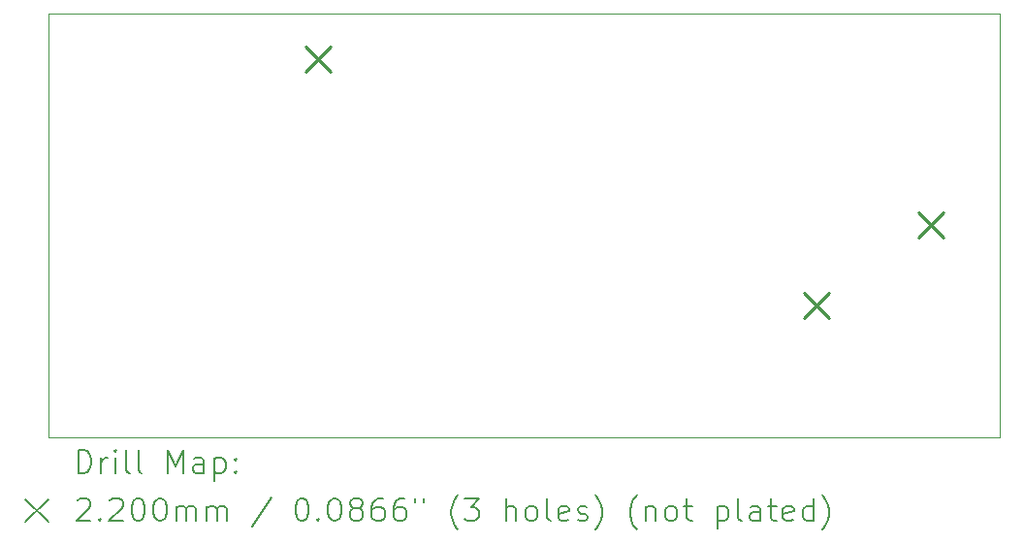
<source format=gbr>
%TF.GenerationSoftware,KiCad,Pcbnew,8.0.6-8.0.6-0~ubuntu24.04.1*%
%TF.CreationDate,2024-10-25T11:14:09+03:00*%
%TF.ProjectId,pss_v2,7073735f-7632-42e6-9b69-6361645f7063,rev?*%
%TF.SameCoordinates,Original*%
%TF.FileFunction,Drillmap*%
%TF.FilePolarity,Positive*%
%FSLAX45Y45*%
G04 Gerber Fmt 4.5, Leading zero omitted, Abs format (unit mm)*
G04 Created by KiCad (PCBNEW 8.0.6-8.0.6-0~ubuntu24.04.1) date 2024-10-25 11:14:09*
%MOMM*%
%LPD*%
G01*
G04 APERTURE LIST*
%ADD10C,0.050000*%
%ADD11C,0.200000*%
%ADD12C,0.220000*%
G04 APERTURE END LIST*
D10*
X3800000Y-1900000D02*
X12100000Y-1900000D01*
X12100000Y-5600000D01*
X3800000Y-5600000D01*
X3800000Y-1900000D01*
D11*
D12*
X6040000Y-2190000D02*
X6260000Y-2410000D01*
X6260000Y-2190000D02*
X6040000Y-2410000D01*
X10390000Y-4340000D02*
X10610000Y-4560000D01*
X10610000Y-4340000D02*
X10390000Y-4560000D01*
X11390000Y-3640000D02*
X11610000Y-3860000D01*
X11610000Y-3640000D02*
X11390000Y-3860000D01*
D11*
X4058277Y-5913984D02*
X4058277Y-5713984D01*
X4058277Y-5713984D02*
X4105896Y-5713984D01*
X4105896Y-5713984D02*
X4134467Y-5723508D01*
X4134467Y-5723508D02*
X4153515Y-5742555D01*
X4153515Y-5742555D02*
X4163039Y-5761603D01*
X4163039Y-5761603D02*
X4172562Y-5799698D01*
X4172562Y-5799698D02*
X4172562Y-5828269D01*
X4172562Y-5828269D02*
X4163039Y-5866365D01*
X4163039Y-5866365D02*
X4153515Y-5885412D01*
X4153515Y-5885412D02*
X4134467Y-5904460D01*
X4134467Y-5904460D02*
X4105896Y-5913984D01*
X4105896Y-5913984D02*
X4058277Y-5913984D01*
X4258277Y-5913984D02*
X4258277Y-5780650D01*
X4258277Y-5818746D02*
X4267801Y-5799698D01*
X4267801Y-5799698D02*
X4277324Y-5790174D01*
X4277324Y-5790174D02*
X4296372Y-5780650D01*
X4296372Y-5780650D02*
X4315420Y-5780650D01*
X4382086Y-5913984D02*
X4382086Y-5780650D01*
X4382086Y-5713984D02*
X4372563Y-5723508D01*
X4372563Y-5723508D02*
X4382086Y-5733031D01*
X4382086Y-5733031D02*
X4391610Y-5723508D01*
X4391610Y-5723508D02*
X4382086Y-5713984D01*
X4382086Y-5713984D02*
X4382086Y-5733031D01*
X4505896Y-5913984D02*
X4486848Y-5904460D01*
X4486848Y-5904460D02*
X4477324Y-5885412D01*
X4477324Y-5885412D02*
X4477324Y-5713984D01*
X4610658Y-5913984D02*
X4591610Y-5904460D01*
X4591610Y-5904460D02*
X4582086Y-5885412D01*
X4582086Y-5885412D02*
X4582086Y-5713984D01*
X4839229Y-5913984D02*
X4839229Y-5713984D01*
X4839229Y-5713984D02*
X4905896Y-5856841D01*
X4905896Y-5856841D02*
X4972563Y-5713984D01*
X4972563Y-5713984D02*
X4972563Y-5913984D01*
X5153515Y-5913984D02*
X5153515Y-5809222D01*
X5153515Y-5809222D02*
X5143991Y-5790174D01*
X5143991Y-5790174D02*
X5124944Y-5780650D01*
X5124944Y-5780650D02*
X5086848Y-5780650D01*
X5086848Y-5780650D02*
X5067801Y-5790174D01*
X5153515Y-5904460D02*
X5134467Y-5913984D01*
X5134467Y-5913984D02*
X5086848Y-5913984D01*
X5086848Y-5913984D02*
X5067801Y-5904460D01*
X5067801Y-5904460D02*
X5058277Y-5885412D01*
X5058277Y-5885412D02*
X5058277Y-5866365D01*
X5058277Y-5866365D02*
X5067801Y-5847317D01*
X5067801Y-5847317D02*
X5086848Y-5837793D01*
X5086848Y-5837793D02*
X5134467Y-5837793D01*
X5134467Y-5837793D02*
X5153515Y-5828269D01*
X5248753Y-5780650D02*
X5248753Y-5980650D01*
X5248753Y-5790174D02*
X5267801Y-5780650D01*
X5267801Y-5780650D02*
X5305896Y-5780650D01*
X5305896Y-5780650D02*
X5324944Y-5790174D01*
X5324944Y-5790174D02*
X5334467Y-5799698D01*
X5334467Y-5799698D02*
X5343991Y-5818746D01*
X5343991Y-5818746D02*
X5343991Y-5875888D01*
X5343991Y-5875888D02*
X5334467Y-5894936D01*
X5334467Y-5894936D02*
X5324944Y-5904460D01*
X5324944Y-5904460D02*
X5305896Y-5913984D01*
X5305896Y-5913984D02*
X5267801Y-5913984D01*
X5267801Y-5913984D02*
X5248753Y-5904460D01*
X5429705Y-5894936D02*
X5439229Y-5904460D01*
X5439229Y-5904460D02*
X5429705Y-5913984D01*
X5429705Y-5913984D02*
X5420182Y-5904460D01*
X5420182Y-5904460D02*
X5429705Y-5894936D01*
X5429705Y-5894936D02*
X5429705Y-5913984D01*
X5429705Y-5790174D02*
X5439229Y-5799698D01*
X5439229Y-5799698D02*
X5429705Y-5809222D01*
X5429705Y-5809222D02*
X5420182Y-5799698D01*
X5420182Y-5799698D02*
X5429705Y-5790174D01*
X5429705Y-5790174D02*
X5429705Y-5809222D01*
X3597500Y-6142500D02*
X3797500Y-6342500D01*
X3797500Y-6142500D02*
X3597500Y-6342500D01*
X4048753Y-6153031D02*
X4058277Y-6143508D01*
X4058277Y-6143508D02*
X4077324Y-6133984D01*
X4077324Y-6133984D02*
X4124943Y-6133984D01*
X4124943Y-6133984D02*
X4143991Y-6143508D01*
X4143991Y-6143508D02*
X4153515Y-6153031D01*
X4153515Y-6153031D02*
X4163039Y-6172079D01*
X4163039Y-6172079D02*
X4163039Y-6191127D01*
X4163039Y-6191127D02*
X4153515Y-6219698D01*
X4153515Y-6219698D02*
X4039229Y-6333984D01*
X4039229Y-6333984D02*
X4163039Y-6333984D01*
X4248753Y-6314936D02*
X4258277Y-6324460D01*
X4258277Y-6324460D02*
X4248753Y-6333984D01*
X4248753Y-6333984D02*
X4239229Y-6324460D01*
X4239229Y-6324460D02*
X4248753Y-6314936D01*
X4248753Y-6314936D02*
X4248753Y-6333984D01*
X4334467Y-6153031D02*
X4343991Y-6143508D01*
X4343991Y-6143508D02*
X4363039Y-6133984D01*
X4363039Y-6133984D02*
X4410658Y-6133984D01*
X4410658Y-6133984D02*
X4429705Y-6143508D01*
X4429705Y-6143508D02*
X4439229Y-6153031D01*
X4439229Y-6153031D02*
X4448753Y-6172079D01*
X4448753Y-6172079D02*
X4448753Y-6191127D01*
X4448753Y-6191127D02*
X4439229Y-6219698D01*
X4439229Y-6219698D02*
X4324944Y-6333984D01*
X4324944Y-6333984D02*
X4448753Y-6333984D01*
X4572563Y-6133984D02*
X4591610Y-6133984D01*
X4591610Y-6133984D02*
X4610658Y-6143508D01*
X4610658Y-6143508D02*
X4620182Y-6153031D01*
X4620182Y-6153031D02*
X4629705Y-6172079D01*
X4629705Y-6172079D02*
X4639229Y-6210174D01*
X4639229Y-6210174D02*
X4639229Y-6257793D01*
X4639229Y-6257793D02*
X4629705Y-6295888D01*
X4629705Y-6295888D02*
X4620182Y-6314936D01*
X4620182Y-6314936D02*
X4610658Y-6324460D01*
X4610658Y-6324460D02*
X4591610Y-6333984D01*
X4591610Y-6333984D02*
X4572563Y-6333984D01*
X4572563Y-6333984D02*
X4553515Y-6324460D01*
X4553515Y-6324460D02*
X4543991Y-6314936D01*
X4543991Y-6314936D02*
X4534467Y-6295888D01*
X4534467Y-6295888D02*
X4524944Y-6257793D01*
X4524944Y-6257793D02*
X4524944Y-6210174D01*
X4524944Y-6210174D02*
X4534467Y-6172079D01*
X4534467Y-6172079D02*
X4543991Y-6153031D01*
X4543991Y-6153031D02*
X4553515Y-6143508D01*
X4553515Y-6143508D02*
X4572563Y-6133984D01*
X4763039Y-6133984D02*
X4782086Y-6133984D01*
X4782086Y-6133984D02*
X4801134Y-6143508D01*
X4801134Y-6143508D02*
X4810658Y-6153031D01*
X4810658Y-6153031D02*
X4820182Y-6172079D01*
X4820182Y-6172079D02*
X4829705Y-6210174D01*
X4829705Y-6210174D02*
X4829705Y-6257793D01*
X4829705Y-6257793D02*
X4820182Y-6295888D01*
X4820182Y-6295888D02*
X4810658Y-6314936D01*
X4810658Y-6314936D02*
X4801134Y-6324460D01*
X4801134Y-6324460D02*
X4782086Y-6333984D01*
X4782086Y-6333984D02*
X4763039Y-6333984D01*
X4763039Y-6333984D02*
X4743991Y-6324460D01*
X4743991Y-6324460D02*
X4734467Y-6314936D01*
X4734467Y-6314936D02*
X4724944Y-6295888D01*
X4724944Y-6295888D02*
X4715420Y-6257793D01*
X4715420Y-6257793D02*
X4715420Y-6210174D01*
X4715420Y-6210174D02*
X4724944Y-6172079D01*
X4724944Y-6172079D02*
X4734467Y-6153031D01*
X4734467Y-6153031D02*
X4743991Y-6143508D01*
X4743991Y-6143508D02*
X4763039Y-6133984D01*
X4915420Y-6333984D02*
X4915420Y-6200650D01*
X4915420Y-6219698D02*
X4924944Y-6210174D01*
X4924944Y-6210174D02*
X4943991Y-6200650D01*
X4943991Y-6200650D02*
X4972563Y-6200650D01*
X4972563Y-6200650D02*
X4991610Y-6210174D01*
X4991610Y-6210174D02*
X5001134Y-6229222D01*
X5001134Y-6229222D02*
X5001134Y-6333984D01*
X5001134Y-6229222D02*
X5010658Y-6210174D01*
X5010658Y-6210174D02*
X5029705Y-6200650D01*
X5029705Y-6200650D02*
X5058277Y-6200650D01*
X5058277Y-6200650D02*
X5077325Y-6210174D01*
X5077325Y-6210174D02*
X5086848Y-6229222D01*
X5086848Y-6229222D02*
X5086848Y-6333984D01*
X5182086Y-6333984D02*
X5182086Y-6200650D01*
X5182086Y-6219698D02*
X5191610Y-6210174D01*
X5191610Y-6210174D02*
X5210658Y-6200650D01*
X5210658Y-6200650D02*
X5239229Y-6200650D01*
X5239229Y-6200650D02*
X5258277Y-6210174D01*
X5258277Y-6210174D02*
X5267801Y-6229222D01*
X5267801Y-6229222D02*
X5267801Y-6333984D01*
X5267801Y-6229222D02*
X5277325Y-6210174D01*
X5277325Y-6210174D02*
X5296372Y-6200650D01*
X5296372Y-6200650D02*
X5324944Y-6200650D01*
X5324944Y-6200650D02*
X5343991Y-6210174D01*
X5343991Y-6210174D02*
X5353515Y-6229222D01*
X5353515Y-6229222D02*
X5353515Y-6333984D01*
X5743991Y-6124460D02*
X5572563Y-6381603D01*
X6001134Y-6133984D02*
X6020182Y-6133984D01*
X6020182Y-6133984D02*
X6039229Y-6143508D01*
X6039229Y-6143508D02*
X6048753Y-6153031D01*
X6048753Y-6153031D02*
X6058277Y-6172079D01*
X6058277Y-6172079D02*
X6067801Y-6210174D01*
X6067801Y-6210174D02*
X6067801Y-6257793D01*
X6067801Y-6257793D02*
X6058277Y-6295888D01*
X6058277Y-6295888D02*
X6048753Y-6314936D01*
X6048753Y-6314936D02*
X6039229Y-6324460D01*
X6039229Y-6324460D02*
X6020182Y-6333984D01*
X6020182Y-6333984D02*
X6001134Y-6333984D01*
X6001134Y-6333984D02*
X5982086Y-6324460D01*
X5982086Y-6324460D02*
X5972563Y-6314936D01*
X5972563Y-6314936D02*
X5963039Y-6295888D01*
X5963039Y-6295888D02*
X5953515Y-6257793D01*
X5953515Y-6257793D02*
X5953515Y-6210174D01*
X5953515Y-6210174D02*
X5963039Y-6172079D01*
X5963039Y-6172079D02*
X5972563Y-6153031D01*
X5972563Y-6153031D02*
X5982086Y-6143508D01*
X5982086Y-6143508D02*
X6001134Y-6133984D01*
X6153515Y-6314936D02*
X6163039Y-6324460D01*
X6163039Y-6324460D02*
X6153515Y-6333984D01*
X6153515Y-6333984D02*
X6143991Y-6324460D01*
X6143991Y-6324460D02*
X6153515Y-6314936D01*
X6153515Y-6314936D02*
X6153515Y-6333984D01*
X6286848Y-6133984D02*
X6305896Y-6133984D01*
X6305896Y-6133984D02*
X6324944Y-6143508D01*
X6324944Y-6143508D02*
X6334467Y-6153031D01*
X6334467Y-6153031D02*
X6343991Y-6172079D01*
X6343991Y-6172079D02*
X6353515Y-6210174D01*
X6353515Y-6210174D02*
X6353515Y-6257793D01*
X6353515Y-6257793D02*
X6343991Y-6295888D01*
X6343991Y-6295888D02*
X6334467Y-6314936D01*
X6334467Y-6314936D02*
X6324944Y-6324460D01*
X6324944Y-6324460D02*
X6305896Y-6333984D01*
X6305896Y-6333984D02*
X6286848Y-6333984D01*
X6286848Y-6333984D02*
X6267801Y-6324460D01*
X6267801Y-6324460D02*
X6258277Y-6314936D01*
X6258277Y-6314936D02*
X6248753Y-6295888D01*
X6248753Y-6295888D02*
X6239229Y-6257793D01*
X6239229Y-6257793D02*
X6239229Y-6210174D01*
X6239229Y-6210174D02*
X6248753Y-6172079D01*
X6248753Y-6172079D02*
X6258277Y-6153031D01*
X6258277Y-6153031D02*
X6267801Y-6143508D01*
X6267801Y-6143508D02*
X6286848Y-6133984D01*
X6467801Y-6219698D02*
X6448753Y-6210174D01*
X6448753Y-6210174D02*
X6439229Y-6200650D01*
X6439229Y-6200650D02*
X6429706Y-6181603D01*
X6429706Y-6181603D02*
X6429706Y-6172079D01*
X6429706Y-6172079D02*
X6439229Y-6153031D01*
X6439229Y-6153031D02*
X6448753Y-6143508D01*
X6448753Y-6143508D02*
X6467801Y-6133984D01*
X6467801Y-6133984D02*
X6505896Y-6133984D01*
X6505896Y-6133984D02*
X6524944Y-6143508D01*
X6524944Y-6143508D02*
X6534467Y-6153031D01*
X6534467Y-6153031D02*
X6543991Y-6172079D01*
X6543991Y-6172079D02*
X6543991Y-6181603D01*
X6543991Y-6181603D02*
X6534467Y-6200650D01*
X6534467Y-6200650D02*
X6524944Y-6210174D01*
X6524944Y-6210174D02*
X6505896Y-6219698D01*
X6505896Y-6219698D02*
X6467801Y-6219698D01*
X6467801Y-6219698D02*
X6448753Y-6229222D01*
X6448753Y-6229222D02*
X6439229Y-6238746D01*
X6439229Y-6238746D02*
X6429706Y-6257793D01*
X6429706Y-6257793D02*
X6429706Y-6295888D01*
X6429706Y-6295888D02*
X6439229Y-6314936D01*
X6439229Y-6314936D02*
X6448753Y-6324460D01*
X6448753Y-6324460D02*
X6467801Y-6333984D01*
X6467801Y-6333984D02*
X6505896Y-6333984D01*
X6505896Y-6333984D02*
X6524944Y-6324460D01*
X6524944Y-6324460D02*
X6534467Y-6314936D01*
X6534467Y-6314936D02*
X6543991Y-6295888D01*
X6543991Y-6295888D02*
X6543991Y-6257793D01*
X6543991Y-6257793D02*
X6534467Y-6238746D01*
X6534467Y-6238746D02*
X6524944Y-6229222D01*
X6524944Y-6229222D02*
X6505896Y-6219698D01*
X6715420Y-6133984D02*
X6677325Y-6133984D01*
X6677325Y-6133984D02*
X6658277Y-6143508D01*
X6658277Y-6143508D02*
X6648753Y-6153031D01*
X6648753Y-6153031D02*
X6629706Y-6181603D01*
X6629706Y-6181603D02*
X6620182Y-6219698D01*
X6620182Y-6219698D02*
X6620182Y-6295888D01*
X6620182Y-6295888D02*
X6629706Y-6314936D01*
X6629706Y-6314936D02*
X6639229Y-6324460D01*
X6639229Y-6324460D02*
X6658277Y-6333984D01*
X6658277Y-6333984D02*
X6696372Y-6333984D01*
X6696372Y-6333984D02*
X6715420Y-6324460D01*
X6715420Y-6324460D02*
X6724944Y-6314936D01*
X6724944Y-6314936D02*
X6734467Y-6295888D01*
X6734467Y-6295888D02*
X6734467Y-6248269D01*
X6734467Y-6248269D02*
X6724944Y-6229222D01*
X6724944Y-6229222D02*
X6715420Y-6219698D01*
X6715420Y-6219698D02*
X6696372Y-6210174D01*
X6696372Y-6210174D02*
X6658277Y-6210174D01*
X6658277Y-6210174D02*
X6639229Y-6219698D01*
X6639229Y-6219698D02*
X6629706Y-6229222D01*
X6629706Y-6229222D02*
X6620182Y-6248269D01*
X6905896Y-6133984D02*
X6867801Y-6133984D01*
X6867801Y-6133984D02*
X6848753Y-6143508D01*
X6848753Y-6143508D02*
X6839229Y-6153031D01*
X6839229Y-6153031D02*
X6820182Y-6181603D01*
X6820182Y-6181603D02*
X6810658Y-6219698D01*
X6810658Y-6219698D02*
X6810658Y-6295888D01*
X6810658Y-6295888D02*
X6820182Y-6314936D01*
X6820182Y-6314936D02*
X6829706Y-6324460D01*
X6829706Y-6324460D02*
X6848753Y-6333984D01*
X6848753Y-6333984D02*
X6886848Y-6333984D01*
X6886848Y-6333984D02*
X6905896Y-6324460D01*
X6905896Y-6324460D02*
X6915420Y-6314936D01*
X6915420Y-6314936D02*
X6924944Y-6295888D01*
X6924944Y-6295888D02*
X6924944Y-6248269D01*
X6924944Y-6248269D02*
X6915420Y-6229222D01*
X6915420Y-6229222D02*
X6905896Y-6219698D01*
X6905896Y-6219698D02*
X6886848Y-6210174D01*
X6886848Y-6210174D02*
X6848753Y-6210174D01*
X6848753Y-6210174D02*
X6829706Y-6219698D01*
X6829706Y-6219698D02*
X6820182Y-6229222D01*
X6820182Y-6229222D02*
X6810658Y-6248269D01*
X7001134Y-6133984D02*
X7001134Y-6172079D01*
X7077325Y-6133984D02*
X7077325Y-6172079D01*
X7372563Y-6410174D02*
X7363039Y-6400650D01*
X7363039Y-6400650D02*
X7343991Y-6372079D01*
X7343991Y-6372079D02*
X7334468Y-6353031D01*
X7334468Y-6353031D02*
X7324944Y-6324460D01*
X7324944Y-6324460D02*
X7315420Y-6276841D01*
X7315420Y-6276841D02*
X7315420Y-6238746D01*
X7315420Y-6238746D02*
X7324944Y-6191127D01*
X7324944Y-6191127D02*
X7334468Y-6162555D01*
X7334468Y-6162555D02*
X7343991Y-6143508D01*
X7343991Y-6143508D02*
X7363039Y-6114936D01*
X7363039Y-6114936D02*
X7372563Y-6105412D01*
X7429706Y-6133984D02*
X7553515Y-6133984D01*
X7553515Y-6133984D02*
X7486848Y-6210174D01*
X7486848Y-6210174D02*
X7515420Y-6210174D01*
X7515420Y-6210174D02*
X7534468Y-6219698D01*
X7534468Y-6219698D02*
X7543991Y-6229222D01*
X7543991Y-6229222D02*
X7553515Y-6248269D01*
X7553515Y-6248269D02*
X7553515Y-6295888D01*
X7553515Y-6295888D02*
X7543991Y-6314936D01*
X7543991Y-6314936D02*
X7534468Y-6324460D01*
X7534468Y-6324460D02*
X7515420Y-6333984D01*
X7515420Y-6333984D02*
X7458277Y-6333984D01*
X7458277Y-6333984D02*
X7439229Y-6324460D01*
X7439229Y-6324460D02*
X7429706Y-6314936D01*
X7791610Y-6333984D02*
X7791610Y-6133984D01*
X7877325Y-6333984D02*
X7877325Y-6229222D01*
X7877325Y-6229222D02*
X7867801Y-6210174D01*
X7867801Y-6210174D02*
X7848753Y-6200650D01*
X7848753Y-6200650D02*
X7820182Y-6200650D01*
X7820182Y-6200650D02*
X7801134Y-6210174D01*
X7801134Y-6210174D02*
X7791610Y-6219698D01*
X8001134Y-6333984D02*
X7982087Y-6324460D01*
X7982087Y-6324460D02*
X7972563Y-6314936D01*
X7972563Y-6314936D02*
X7963039Y-6295888D01*
X7963039Y-6295888D02*
X7963039Y-6238746D01*
X7963039Y-6238746D02*
X7972563Y-6219698D01*
X7972563Y-6219698D02*
X7982087Y-6210174D01*
X7982087Y-6210174D02*
X8001134Y-6200650D01*
X8001134Y-6200650D02*
X8029706Y-6200650D01*
X8029706Y-6200650D02*
X8048753Y-6210174D01*
X8048753Y-6210174D02*
X8058277Y-6219698D01*
X8058277Y-6219698D02*
X8067801Y-6238746D01*
X8067801Y-6238746D02*
X8067801Y-6295888D01*
X8067801Y-6295888D02*
X8058277Y-6314936D01*
X8058277Y-6314936D02*
X8048753Y-6324460D01*
X8048753Y-6324460D02*
X8029706Y-6333984D01*
X8029706Y-6333984D02*
X8001134Y-6333984D01*
X8182087Y-6333984D02*
X8163039Y-6324460D01*
X8163039Y-6324460D02*
X8153515Y-6305412D01*
X8153515Y-6305412D02*
X8153515Y-6133984D01*
X8334468Y-6324460D02*
X8315420Y-6333984D01*
X8315420Y-6333984D02*
X8277325Y-6333984D01*
X8277325Y-6333984D02*
X8258277Y-6324460D01*
X8258277Y-6324460D02*
X8248753Y-6305412D01*
X8248753Y-6305412D02*
X8248753Y-6229222D01*
X8248753Y-6229222D02*
X8258277Y-6210174D01*
X8258277Y-6210174D02*
X8277325Y-6200650D01*
X8277325Y-6200650D02*
X8315420Y-6200650D01*
X8315420Y-6200650D02*
X8334468Y-6210174D01*
X8334468Y-6210174D02*
X8343991Y-6229222D01*
X8343991Y-6229222D02*
X8343991Y-6248269D01*
X8343991Y-6248269D02*
X8248753Y-6267317D01*
X8420182Y-6324460D02*
X8439230Y-6333984D01*
X8439230Y-6333984D02*
X8477325Y-6333984D01*
X8477325Y-6333984D02*
X8496373Y-6324460D01*
X8496373Y-6324460D02*
X8505896Y-6305412D01*
X8505896Y-6305412D02*
X8505896Y-6295888D01*
X8505896Y-6295888D02*
X8496373Y-6276841D01*
X8496373Y-6276841D02*
X8477325Y-6267317D01*
X8477325Y-6267317D02*
X8448753Y-6267317D01*
X8448753Y-6267317D02*
X8429706Y-6257793D01*
X8429706Y-6257793D02*
X8420182Y-6238746D01*
X8420182Y-6238746D02*
X8420182Y-6229222D01*
X8420182Y-6229222D02*
X8429706Y-6210174D01*
X8429706Y-6210174D02*
X8448753Y-6200650D01*
X8448753Y-6200650D02*
X8477325Y-6200650D01*
X8477325Y-6200650D02*
X8496373Y-6210174D01*
X8572563Y-6410174D02*
X8582087Y-6400650D01*
X8582087Y-6400650D02*
X8601134Y-6372079D01*
X8601134Y-6372079D02*
X8610658Y-6353031D01*
X8610658Y-6353031D02*
X8620182Y-6324460D01*
X8620182Y-6324460D02*
X8629706Y-6276841D01*
X8629706Y-6276841D02*
X8629706Y-6238746D01*
X8629706Y-6238746D02*
X8620182Y-6191127D01*
X8620182Y-6191127D02*
X8610658Y-6162555D01*
X8610658Y-6162555D02*
X8601134Y-6143508D01*
X8601134Y-6143508D02*
X8582087Y-6114936D01*
X8582087Y-6114936D02*
X8572563Y-6105412D01*
X8934468Y-6410174D02*
X8924944Y-6400650D01*
X8924944Y-6400650D02*
X8905896Y-6372079D01*
X8905896Y-6372079D02*
X8896373Y-6353031D01*
X8896373Y-6353031D02*
X8886849Y-6324460D01*
X8886849Y-6324460D02*
X8877325Y-6276841D01*
X8877325Y-6276841D02*
X8877325Y-6238746D01*
X8877325Y-6238746D02*
X8886849Y-6191127D01*
X8886849Y-6191127D02*
X8896373Y-6162555D01*
X8896373Y-6162555D02*
X8905896Y-6143508D01*
X8905896Y-6143508D02*
X8924944Y-6114936D01*
X8924944Y-6114936D02*
X8934468Y-6105412D01*
X9010658Y-6200650D02*
X9010658Y-6333984D01*
X9010658Y-6219698D02*
X9020182Y-6210174D01*
X9020182Y-6210174D02*
X9039230Y-6200650D01*
X9039230Y-6200650D02*
X9067801Y-6200650D01*
X9067801Y-6200650D02*
X9086849Y-6210174D01*
X9086849Y-6210174D02*
X9096373Y-6229222D01*
X9096373Y-6229222D02*
X9096373Y-6333984D01*
X9220182Y-6333984D02*
X9201134Y-6324460D01*
X9201134Y-6324460D02*
X9191611Y-6314936D01*
X9191611Y-6314936D02*
X9182087Y-6295888D01*
X9182087Y-6295888D02*
X9182087Y-6238746D01*
X9182087Y-6238746D02*
X9191611Y-6219698D01*
X9191611Y-6219698D02*
X9201134Y-6210174D01*
X9201134Y-6210174D02*
X9220182Y-6200650D01*
X9220182Y-6200650D02*
X9248754Y-6200650D01*
X9248754Y-6200650D02*
X9267801Y-6210174D01*
X9267801Y-6210174D02*
X9277325Y-6219698D01*
X9277325Y-6219698D02*
X9286849Y-6238746D01*
X9286849Y-6238746D02*
X9286849Y-6295888D01*
X9286849Y-6295888D02*
X9277325Y-6314936D01*
X9277325Y-6314936D02*
X9267801Y-6324460D01*
X9267801Y-6324460D02*
X9248754Y-6333984D01*
X9248754Y-6333984D02*
X9220182Y-6333984D01*
X9343992Y-6200650D02*
X9420182Y-6200650D01*
X9372563Y-6133984D02*
X9372563Y-6305412D01*
X9372563Y-6305412D02*
X9382087Y-6324460D01*
X9382087Y-6324460D02*
X9401134Y-6333984D01*
X9401134Y-6333984D02*
X9420182Y-6333984D01*
X9639230Y-6200650D02*
X9639230Y-6400650D01*
X9639230Y-6210174D02*
X9658277Y-6200650D01*
X9658277Y-6200650D02*
X9696373Y-6200650D01*
X9696373Y-6200650D02*
X9715420Y-6210174D01*
X9715420Y-6210174D02*
X9724944Y-6219698D01*
X9724944Y-6219698D02*
X9734468Y-6238746D01*
X9734468Y-6238746D02*
X9734468Y-6295888D01*
X9734468Y-6295888D02*
X9724944Y-6314936D01*
X9724944Y-6314936D02*
X9715420Y-6324460D01*
X9715420Y-6324460D02*
X9696373Y-6333984D01*
X9696373Y-6333984D02*
X9658277Y-6333984D01*
X9658277Y-6333984D02*
X9639230Y-6324460D01*
X9848754Y-6333984D02*
X9829706Y-6324460D01*
X9829706Y-6324460D02*
X9820182Y-6305412D01*
X9820182Y-6305412D02*
X9820182Y-6133984D01*
X10010658Y-6333984D02*
X10010658Y-6229222D01*
X10010658Y-6229222D02*
X10001135Y-6210174D01*
X10001135Y-6210174D02*
X9982087Y-6200650D01*
X9982087Y-6200650D02*
X9943992Y-6200650D01*
X9943992Y-6200650D02*
X9924944Y-6210174D01*
X10010658Y-6324460D02*
X9991611Y-6333984D01*
X9991611Y-6333984D02*
X9943992Y-6333984D01*
X9943992Y-6333984D02*
X9924944Y-6324460D01*
X9924944Y-6324460D02*
X9915420Y-6305412D01*
X9915420Y-6305412D02*
X9915420Y-6286365D01*
X9915420Y-6286365D02*
X9924944Y-6267317D01*
X9924944Y-6267317D02*
X9943992Y-6257793D01*
X9943992Y-6257793D02*
X9991611Y-6257793D01*
X9991611Y-6257793D02*
X10010658Y-6248269D01*
X10077325Y-6200650D02*
X10153515Y-6200650D01*
X10105896Y-6133984D02*
X10105896Y-6305412D01*
X10105896Y-6305412D02*
X10115420Y-6324460D01*
X10115420Y-6324460D02*
X10134468Y-6333984D01*
X10134468Y-6333984D02*
X10153515Y-6333984D01*
X10296373Y-6324460D02*
X10277325Y-6333984D01*
X10277325Y-6333984D02*
X10239230Y-6333984D01*
X10239230Y-6333984D02*
X10220182Y-6324460D01*
X10220182Y-6324460D02*
X10210658Y-6305412D01*
X10210658Y-6305412D02*
X10210658Y-6229222D01*
X10210658Y-6229222D02*
X10220182Y-6210174D01*
X10220182Y-6210174D02*
X10239230Y-6200650D01*
X10239230Y-6200650D02*
X10277325Y-6200650D01*
X10277325Y-6200650D02*
X10296373Y-6210174D01*
X10296373Y-6210174D02*
X10305896Y-6229222D01*
X10305896Y-6229222D02*
X10305896Y-6248269D01*
X10305896Y-6248269D02*
X10210658Y-6267317D01*
X10477325Y-6333984D02*
X10477325Y-6133984D01*
X10477325Y-6324460D02*
X10458277Y-6333984D01*
X10458277Y-6333984D02*
X10420182Y-6333984D01*
X10420182Y-6333984D02*
X10401135Y-6324460D01*
X10401135Y-6324460D02*
X10391611Y-6314936D01*
X10391611Y-6314936D02*
X10382087Y-6295888D01*
X10382087Y-6295888D02*
X10382087Y-6238746D01*
X10382087Y-6238746D02*
X10391611Y-6219698D01*
X10391611Y-6219698D02*
X10401135Y-6210174D01*
X10401135Y-6210174D02*
X10420182Y-6200650D01*
X10420182Y-6200650D02*
X10458277Y-6200650D01*
X10458277Y-6200650D02*
X10477325Y-6210174D01*
X10553516Y-6410174D02*
X10563039Y-6400650D01*
X10563039Y-6400650D02*
X10582087Y-6372079D01*
X10582087Y-6372079D02*
X10591611Y-6353031D01*
X10591611Y-6353031D02*
X10601135Y-6324460D01*
X10601135Y-6324460D02*
X10610658Y-6276841D01*
X10610658Y-6276841D02*
X10610658Y-6238746D01*
X10610658Y-6238746D02*
X10601135Y-6191127D01*
X10601135Y-6191127D02*
X10591611Y-6162555D01*
X10591611Y-6162555D02*
X10582087Y-6143508D01*
X10582087Y-6143508D02*
X10563039Y-6114936D01*
X10563039Y-6114936D02*
X10553516Y-6105412D01*
M02*

</source>
